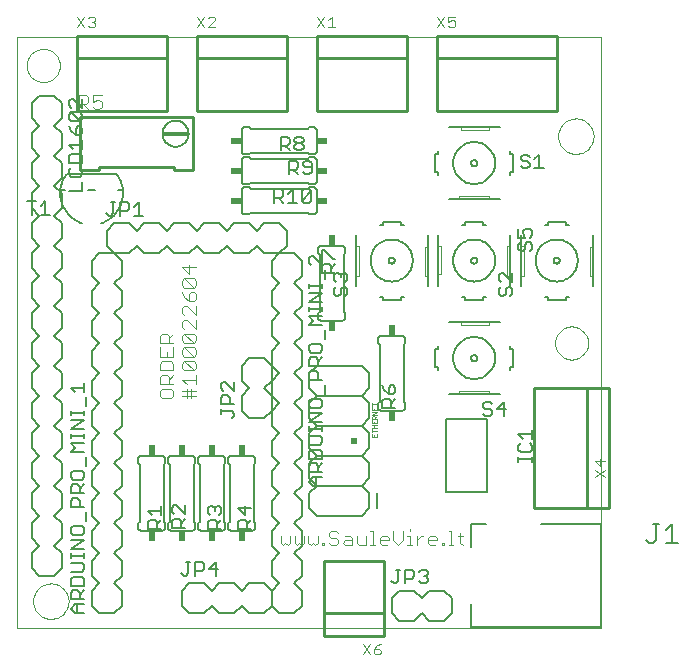
<source format=gto>
G75*
G70*
%OFA0B0*%
%FSLAX24Y24*%
%IPPOS*%
%LPD*%
%AMOC8*
5,1,8,0,0,1.08239X$1,22.5*
%
%ADD10C,0.0000*%
%ADD11C,0.0040*%
%ADD12C,0.0080*%
%ADD13C,0.0050*%
%ADD14C,0.0060*%
%ADD15R,0.0240X0.0340*%
%ADD16C,0.0100*%
%ADD17R,0.0827X0.0157*%
%ADD18C,0.0020*%
%ADD19R,0.0340X0.0240*%
%ADD20C,0.0010*%
%ADD21R,0.0200X0.0200*%
D10*
X001252Y001133D02*
X001252Y020818D01*
X020744Y020818D01*
X020744Y001133D01*
X001252Y001133D01*
X001804Y002027D02*
X001806Y002075D01*
X001812Y002123D01*
X001822Y002170D01*
X001835Y002216D01*
X001853Y002261D01*
X001873Y002305D01*
X001898Y002347D01*
X001926Y002386D01*
X001956Y002423D01*
X001990Y002457D01*
X002027Y002489D01*
X002065Y002518D01*
X002106Y002543D01*
X002149Y002565D01*
X002194Y002583D01*
X002240Y002597D01*
X002287Y002608D01*
X002335Y002615D01*
X002383Y002618D01*
X002431Y002617D01*
X002479Y002612D01*
X002527Y002603D01*
X002573Y002591D01*
X002618Y002574D01*
X002662Y002554D01*
X002704Y002531D01*
X002744Y002504D01*
X002782Y002474D01*
X002817Y002441D01*
X002849Y002405D01*
X002879Y002367D01*
X002905Y002326D01*
X002927Y002283D01*
X002947Y002239D01*
X002962Y002194D01*
X002974Y002147D01*
X002982Y002099D01*
X002986Y002051D01*
X002986Y002003D01*
X002982Y001955D01*
X002974Y001907D01*
X002962Y001860D01*
X002947Y001815D01*
X002927Y001771D01*
X002905Y001728D01*
X002879Y001687D01*
X002849Y001649D01*
X002817Y001613D01*
X002782Y001580D01*
X002744Y001550D01*
X002704Y001523D01*
X002662Y001500D01*
X002618Y001480D01*
X002573Y001463D01*
X002527Y001451D01*
X002479Y001442D01*
X002431Y001437D01*
X002383Y001436D01*
X002335Y001439D01*
X002287Y001446D01*
X002240Y001457D01*
X002194Y001471D01*
X002149Y001489D01*
X002106Y001511D01*
X002065Y001536D01*
X002027Y001565D01*
X001990Y001597D01*
X001956Y001631D01*
X001926Y001668D01*
X001898Y001707D01*
X001873Y001749D01*
X001853Y001793D01*
X001835Y001838D01*
X001822Y001884D01*
X001812Y001931D01*
X001806Y001979D01*
X001804Y002027D01*
X019201Y010633D02*
X019203Y010680D01*
X019209Y010726D01*
X019219Y010772D01*
X019232Y010817D01*
X019250Y010860D01*
X019271Y010902D01*
X019295Y010942D01*
X019323Y010979D01*
X019354Y011014D01*
X019388Y011047D01*
X019424Y011076D01*
X019463Y011102D01*
X019504Y011125D01*
X019547Y011144D01*
X019591Y011160D01*
X019636Y011172D01*
X019682Y011180D01*
X019729Y011184D01*
X019775Y011184D01*
X019822Y011180D01*
X019868Y011172D01*
X019913Y011160D01*
X019957Y011144D01*
X020000Y011125D01*
X020041Y011102D01*
X020080Y011076D01*
X020116Y011047D01*
X020150Y011014D01*
X020181Y010979D01*
X020209Y010942D01*
X020233Y010902D01*
X020254Y010860D01*
X020272Y010817D01*
X020285Y010772D01*
X020295Y010726D01*
X020301Y010680D01*
X020303Y010633D01*
X020301Y010586D01*
X020295Y010540D01*
X020285Y010494D01*
X020272Y010449D01*
X020254Y010406D01*
X020233Y010364D01*
X020209Y010324D01*
X020181Y010287D01*
X020150Y010252D01*
X020116Y010219D01*
X020080Y010190D01*
X020041Y010164D01*
X020000Y010141D01*
X019957Y010122D01*
X019913Y010106D01*
X019868Y010094D01*
X019822Y010086D01*
X019775Y010082D01*
X019729Y010082D01*
X019682Y010086D01*
X019636Y010094D01*
X019591Y010106D01*
X019547Y010122D01*
X019504Y010141D01*
X019463Y010164D01*
X019424Y010190D01*
X019388Y010219D01*
X019354Y010252D01*
X019323Y010287D01*
X019295Y010324D01*
X019271Y010364D01*
X019250Y010406D01*
X019232Y010449D01*
X019219Y010494D01*
X019209Y010540D01*
X019203Y010586D01*
X019201Y010633D01*
X019304Y017527D02*
X019306Y017575D01*
X019312Y017623D01*
X019322Y017670D01*
X019335Y017716D01*
X019353Y017761D01*
X019373Y017805D01*
X019398Y017847D01*
X019426Y017886D01*
X019456Y017923D01*
X019490Y017957D01*
X019527Y017989D01*
X019565Y018018D01*
X019606Y018043D01*
X019649Y018065D01*
X019694Y018083D01*
X019740Y018097D01*
X019787Y018108D01*
X019835Y018115D01*
X019883Y018118D01*
X019931Y018117D01*
X019979Y018112D01*
X020027Y018103D01*
X020073Y018091D01*
X020118Y018074D01*
X020162Y018054D01*
X020204Y018031D01*
X020244Y018004D01*
X020282Y017974D01*
X020317Y017941D01*
X020349Y017905D01*
X020379Y017867D01*
X020405Y017826D01*
X020427Y017783D01*
X020447Y017739D01*
X020462Y017694D01*
X020474Y017647D01*
X020482Y017599D01*
X020486Y017551D01*
X020486Y017503D01*
X020482Y017455D01*
X020474Y017407D01*
X020462Y017360D01*
X020447Y017315D01*
X020427Y017271D01*
X020405Y017228D01*
X020379Y017187D01*
X020349Y017149D01*
X020317Y017113D01*
X020282Y017080D01*
X020244Y017050D01*
X020204Y017023D01*
X020162Y017000D01*
X020118Y016980D01*
X020073Y016963D01*
X020027Y016951D01*
X019979Y016942D01*
X019931Y016937D01*
X019883Y016936D01*
X019835Y016939D01*
X019787Y016946D01*
X019740Y016957D01*
X019694Y016971D01*
X019649Y016989D01*
X019606Y017011D01*
X019565Y017036D01*
X019527Y017065D01*
X019490Y017097D01*
X019456Y017131D01*
X019426Y017168D01*
X019398Y017207D01*
X019373Y017249D01*
X019353Y017293D01*
X019335Y017338D01*
X019322Y017384D01*
X019312Y017431D01*
X019306Y017479D01*
X019304Y017527D01*
X001594Y019883D02*
X001596Y019930D01*
X001602Y019976D01*
X001612Y020022D01*
X001625Y020067D01*
X001643Y020110D01*
X001664Y020152D01*
X001688Y020192D01*
X001716Y020229D01*
X001747Y020264D01*
X001781Y020297D01*
X001817Y020326D01*
X001856Y020352D01*
X001897Y020375D01*
X001940Y020394D01*
X001984Y020410D01*
X002029Y020422D01*
X002075Y020430D01*
X002122Y020434D01*
X002168Y020434D01*
X002215Y020430D01*
X002261Y020422D01*
X002306Y020410D01*
X002350Y020394D01*
X002393Y020375D01*
X002434Y020352D01*
X002473Y020326D01*
X002509Y020297D01*
X002543Y020264D01*
X002574Y020229D01*
X002602Y020192D01*
X002626Y020152D01*
X002647Y020110D01*
X002665Y020067D01*
X002678Y020022D01*
X002688Y019976D01*
X002694Y019930D01*
X002696Y019883D01*
X002694Y019836D01*
X002688Y019790D01*
X002678Y019744D01*
X002665Y019699D01*
X002647Y019656D01*
X002626Y019614D01*
X002602Y019574D01*
X002574Y019537D01*
X002543Y019502D01*
X002509Y019469D01*
X002473Y019440D01*
X002434Y019414D01*
X002393Y019391D01*
X002350Y019372D01*
X002306Y019356D01*
X002261Y019344D01*
X002215Y019336D01*
X002168Y019332D01*
X002122Y019332D01*
X002075Y019336D01*
X002029Y019344D01*
X001984Y019356D01*
X001940Y019372D01*
X001897Y019391D01*
X001856Y019414D01*
X001817Y019440D01*
X001781Y019469D01*
X001747Y019502D01*
X001716Y019537D01*
X001688Y019574D01*
X001664Y019614D01*
X001643Y019656D01*
X001625Y019699D01*
X001612Y019744D01*
X001602Y019790D01*
X001596Y019836D01*
X001594Y019883D01*
D11*
X003323Y018895D02*
X003323Y018435D01*
X003323Y018588D02*
X003553Y018588D01*
X003630Y018665D01*
X003630Y018818D01*
X003553Y018895D01*
X003323Y018895D01*
X003476Y018588D02*
X003630Y018435D01*
X003783Y018512D02*
X003860Y018435D01*
X004013Y018435D01*
X004090Y018512D01*
X004090Y018665D01*
X004013Y018742D01*
X003937Y018742D01*
X003783Y018665D01*
X003783Y018895D01*
X004090Y018895D01*
X003820Y021153D02*
X003700Y021153D01*
X003640Y021213D01*
X003512Y021153D02*
X003272Y021514D01*
X003512Y021514D02*
X003272Y021153D01*
X003640Y021454D02*
X003700Y021514D01*
X003820Y021514D01*
X003880Y021454D01*
X003880Y021394D01*
X003820Y021333D01*
X003880Y021273D01*
X003880Y021213D01*
X003820Y021153D01*
X003820Y021333D02*
X003760Y021333D01*
X007272Y021153D02*
X007512Y021514D01*
X007640Y021454D02*
X007700Y021514D01*
X007820Y021514D01*
X007880Y021454D01*
X007880Y021394D01*
X007640Y021153D01*
X007880Y021153D01*
X007512Y021153D02*
X007272Y021514D01*
X011272Y021514D02*
X011512Y021153D01*
X011640Y021153D02*
X011880Y021153D01*
X011760Y021153D02*
X011760Y021514D01*
X011640Y021394D01*
X011512Y021514D02*
X011272Y021153D01*
X015272Y021153D02*
X015512Y021514D01*
X015640Y021514D02*
X015640Y021333D01*
X015760Y021394D01*
X015820Y021394D01*
X015880Y021333D01*
X015880Y021213D01*
X015820Y021153D01*
X015700Y021153D01*
X015640Y021213D01*
X015512Y021153D02*
X015272Y021514D01*
X015640Y021514D02*
X015880Y021514D01*
X007232Y013173D02*
X006771Y013173D01*
X007001Y012943D01*
X007001Y013250D01*
X006848Y012789D02*
X007155Y012483D01*
X007232Y012559D01*
X007232Y012713D01*
X007155Y012789D01*
X006848Y012789D01*
X006771Y012713D01*
X006771Y012559D01*
X006848Y012483D01*
X007155Y012483D01*
X007155Y012329D02*
X007078Y012329D01*
X007001Y012252D01*
X007001Y012022D01*
X007155Y012022D01*
X007232Y012099D01*
X007232Y012252D01*
X007155Y012329D01*
X006848Y012176D02*
X007001Y012022D01*
X006925Y011869D02*
X006848Y011869D01*
X006771Y011792D01*
X006771Y011638D01*
X006848Y011562D01*
X006848Y011408D02*
X006771Y011332D01*
X006771Y011178D01*
X006848Y011101D01*
X006848Y010948D02*
X007155Y010641D01*
X007232Y010718D01*
X007232Y010871D01*
X007155Y010948D01*
X006848Y010948D01*
X006771Y010871D01*
X006771Y010718D01*
X006848Y010641D01*
X007155Y010641D01*
X007155Y010488D02*
X007232Y010411D01*
X007232Y010257D01*
X007155Y010181D01*
X006848Y010488D01*
X007155Y010488D01*
X006848Y010488D02*
X006771Y010411D01*
X006771Y010257D01*
X006848Y010181D01*
X007155Y010181D01*
X007155Y010027D02*
X007232Y009950D01*
X007232Y009797D01*
X007155Y009720D01*
X006848Y010027D01*
X007155Y010027D01*
X007155Y009720D02*
X006848Y009720D01*
X006771Y009797D01*
X006771Y009950D01*
X006848Y010027D01*
X006482Y009950D02*
X006405Y010027D01*
X006098Y010027D01*
X006021Y009950D01*
X006021Y009720D01*
X006482Y009720D01*
X006482Y009950D01*
X006482Y010181D02*
X006482Y010488D01*
X006482Y010641D02*
X006021Y010641D01*
X006021Y010871D01*
X006098Y010948D01*
X006251Y010948D01*
X006328Y010871D01*
X006328Y010641D01*
X006328Y010794D02*
X006482Y010948D01*
X006848Y011408D02*
X006925Y011408D01*
X007232Y011101D01*
X007232Y011408D01*
X007232Y011562D02*
X006925Y011869D01*
X007232Y011869D02*
X007232Y011562D01*
X006848Y012176D02*
X006771Y012329D01*
X006021Y010488D02*
X006021Y010181D01*
X006482Y010181D01*
X006251Y010181D02*
X006251Y010334D01*
X006251Y009567D02*
X006098Y009567D01*
X006021Y009490D01*
X006021Y009260D01*
X006482Y009260D01*
X006328Y009260D02*
X006328Y009490D01*
X006251Y009567D01*
X006328Y009413D02*
X006482Y009567D01*
X006771Y009413D02*
X007232Y009413D01*
X007232Y009260D02*
X007232Y009567D01*
X006925Y009260D02*
X006771Y009413D01*
X006925Y009106D02*
X006925Y009030D01*
X006925Y008799D01*
X007078Y008799D02*
X007078Y009106D01*
X007232Y009030D02*
X006771Y009030D01*
X006771Y008876D02*
X007232Y008876D01*
X006482Y008876D02*
X006482Y009030D01*
X006405Y009106D01*
X006098Y009106D01*
X006021Y009030D01*
X006021Y008876D01*
X006098Y008799D01*
X006405Y008799D01*
X006482Y008876D01*
X010056Y004210D02*
X010056Y003980D01*
X010133Y003903D01*
X010210Y003980D01*
X010287Y003903D01*
X010363Y003980D01*
X010363Y004210D01*
X010517Y004210D02*
X010517Y003980D01*
X010593Y003903D01*
X010670Y003980D01*
X010747Y003903D01*
X010824Y003980D01*
X010824Y004210D01*
X010977Y004210D02*
X010977Y003980D01*
X011054Y003903D01*
X011131Y003980D01*
X011207Y003903D01*
X011284Y003980D01*
X011284Y004210D01*
X011438Y003980D02*
X011514Y003980D01*
X011514Y003903D01*
X011438Y003903D01*
X011438Y003980D01*
X011668Y003980D02*
X011744Y003903D01*
X011898Y003903D01*
X011975Y003980D01*
X011975Y004057D01*
X011898Y004134D01*
X011744Y004134D01*
X011668Y004210D01*
X011668Y004287D01*
X011744Y004364D01*
X011898Y004364D01*
X011975Y004287D01*
X012205Y004210D02*
X012358Y004210D01*
X012435Y004134D01*
X012435Y003903D01*
X012205Y003903D01*
X012128Y003980D01*
X012205Y004057D01*
X012435Y004057D01*
X012588Y003980D02*
X012665Y003903D01*
X012895Y003903D01*
X012895Y004210D01*
X013049Y004364D02*
X013126Y004364D01*
X013126Y003903D01*
X013202Y003903D02*
X013049Y003903D01*
X013356Y003980D02*
X013433Y003903D01*
X013586Y003903D01*
X013663Y004057D02*
X013356Y004057D01*
X013356Y004134D02*
X013433Y004210D01*
X013586Y004210D01*
X013663Y004134D01*
X013663Y004057D01*
X013816Y004057D02*
X013970Y003903D01*
X014123Y004057D01*
X014123Y004364D01*
X014277Y004210D02*
X014353Y004210D01*
X014353Y003903D01*
X014277Y003903D02*
X014430Y003903D01*
X014584Y003903D02*
X014584Y004210D01*
X014737Y004210D02*
X014814Y004210D01*
X014737Y004210D02*
X014584Y004057D01*
X014967Y004057D02*
X015274Y004057D01*
X015274Y004134D01*
X015197Y004210D01*
X015044Y004210D01*
X014967Y004134D01*
X014967Y003980D01*
X015044Y003903D01*
X015197Y003903D01*
X015428Y003903D02*
X015428Y003980D01*
X015504Y003980D01*
X015504Y003903D01*
X015428Y003903D01*
X015658Y003903D02*
X015811Y003903D01*
X015735Y003903D02*
X015735Y004364D01*
X015658Y004364D01*
X015965Y004210D02*
X016118Y004210D01*
X016041Y004287D02*
X016041Y003980D01*
X016118Y003903D01*
X014353Y004364D02*
X014353Y004440D01*
X013816Y004364D02*
X013816Y004057D01*
X013356Y003980D02*
X013356Y004134D01*
X012588Y004210D02*
X012588Y003980D01*
X012785Y000614D02*
X013025Y000253D01*
X013153Y000313D02*
X013213Y000253D01*
X013333Y000253D01*
X013394Y000313D01*
X013394Y000373D01*
X013333Y000433D01*
X013153Y000433D01*
X013153Y000313D01*
X013153Y000433D02*
X013273Y000554D01*
X013394Y000614D01*
X013025Y000614D02*
X012785Y000253D01*
X020521Y006167D02*
X020882Y006407D01*
X020701Y006535D02*
X020701Y006775D01*
X020521Y006715D02*
X020701Y006535D01*
X020521Y006407D02*
X020882Y006167D01*
X020882Y006715D02*
X020521Y006715D01*
D12*
X020721Y004595D02*
X018734Y004595D01*
X016884Y004595D02*
X016388Y004595D01*
X016388Y003828D01*
X015502Y002383D02*
X015002Y002383D01*
X014752Y002133D01*
X014502Y002383D01*
X014002Y002383D01*
X013752Y002133D01*
X013752Y001633D01*
X014002Y001383D01*
X014502Y001383D01*
X014752Y001633D01*
X015002Y001383D01*
X015502Y001383D01*
X015752Y001633D01*
X015752Y002133D01*
X015502Y002383D01*
X016388Y001938D02*
X016388Y001172D01*
X020721Y001172D01*
X020721Y004595D01*
X013252Y005133D02*
X013252Y005633D01*
X010752Y005383D02*
X010752Y004883D01*
X010502Y004633D01*
X010752Y004383D01*
X010752Y003883D01*
X010502Y003633D01*
X010752Y003383D01*
X010752Y002883D01*
X010502Y002633D01*
X010752Y002383D01*
X010752Y001883D01*
X010502Y001633D01*
X010002Y001633D01*
X009752Y001883D01*
X009752Y002383D01*
X009502Y002633D01*
X009002Y002633D01*
X008752Y002383D01*
X008502Y002633D01*
X008002Y002633D01*
X007752Y002383D01*
X007502Y002633D01*
X007002Y002633D01*
X006752Y002383D01*
X006752Y001883D01*
X007002Y001633D01*
X007502Y001633D01*
X007752Y001883D01*
X008002Y001633D01*
X008502Y001633D01*
X008752Y001883D01*
X009002Y001633D01*
X009502Y001633D01*
X009752Y001883D01*
X009752Y002383D01*
X010002Y002633D01*
X009752Y002883D01*
X009752Y003383D01*
X010002Y003633D01*
X009752Y003883D01*
X009752Y004383D01*
X010002Y004633D01*
X009752Y004883D01*
X009752Y005383D01*
X010002Y005633D01*
X009752Y005883D01*
X009752Y006383D01*
X010002Y006633D01*
X009752Y006883D01*
X009752Y007383D01*
X010002Y007633D01*
X009752Y007883D01*
X009752Y008383D01*
X009752Y008883D01*
X009502Y009133D01*
X009752Y009383D01*
X009752Y009883D01*
X009502Y010133D01*
X009002Y010133D01*
X008752Y009883D01*
X008752Y009383D01*
X009002Y009133D01*
X008752Y008883D01*
X008752Y008383D01*
X009002Y008133D01*
X009502Y008133D01*
X009752Y008383D01*
X010002Y008633D01*
X009752Y008883D01*
X009752Y009383D01*
X010002Y009633D01*
X009752Y009883D01*
X009752Y010383D01*
X010002Y010633D01*
X009752Y010883D01*
X009752Y011383D01*
X010002Y011633D01*
X009752Y011883D01*
X009752Y012383D01*
X010002Y012633D01*
X009752Y012883D01*
X009752Y013383D01*
X010002Y013633D01*
X009502Y013633D01*
X009252Y013883D01*
X009002Y013633D01*
X008502Y013633D01*
X008252Y013883D01*
X008002Y013633D01*
X007502Y013633D01*
X007252Y013883D01*
X007002Y013633D01*
X006502Y013633D01*
X006252Y013883D01*
X006002Y013633D01*
X005502Y013633D01*
X005252Y013883D01*
X005002Y013633D01*
X004502Y013633D01*
X004252Y013883D01*
X004252Y014383D01*
X004502Y014633D01*
X005002Y014633D01*
X005252Y014383D01*
X005502Y014633D01*
X006002Y014633D01*
X006252Y014383D01*
X006502Y014633D01*
X007002Y014633D01*
X007252Y014383D01*
X007502Y014633D01*
X008002Y014633D01*
X008252Y014383D01*
X008502Y014633D01*
X009002Y014633D01*
X009252Y014383D01*
X009502Y014633D01*
X010002Y014633D01*
X010252Y014383D01*
X010252Y013883D01*
X010002Y013633D01*
X010502Y013633D01*
X010752Y013383D01*
X010752Y012883D01*
X010502Y012633D01*
X010752Y012383D01*
X010752Y011883D01*
X010502Y011633D01*
X010752Y011383D01*
X010752Y010883D01*
X010502Y010633D01*
X010752Y010383D01*
X010752Y009883D01*
X010502Y009633D01*
X010752Y009383D01*
X010752Y008883D01*
X010502Y008633D01*
X010752Y008383D01*
X010752Y007883D01*
X010502Y007633D01*
X010752Y007383D01*
X010752Y006883D01*
X010502Y006633D01*
X010752Y006383D01*
X010752Y005883D01*
X010502Y005633D01*
X010752Y005383D01*
X004752Y005383D02*
X004752Y004883D01*
X004502Y004633D01*
X004752Y004383D01*
X004752Y003883D01*
X004502Y003633D01*
X004752Y003383D01*
X004752Y002883D01*
X004502Y002633D01*
X004752Y002383D01*
X004752Y001883D01*
X004502Y001633D01*
X004002Y001633D01*
X003752Y001883D01*
X003752Y002383D01*
X004002Y002633D01*
X003752Y002883D01*
X003752Y003383D01*
X004002Y003633D01*
X003752Y003883D01*
X003752Y004383D01*
X004002Y004633D01*
X003752Y004883D01*
X003752Y005383D01*
X004002Y005633D01*
X003752Y005883D01*
X003752Y006383D01*
X004002Y006633D01*
X003752Y006883D01*
X003752Y007383D01*
X004002Y007633D01*
X003752Y007883D01*
X003752Y008383D01*
X004002Y008633D01*
X003752Y008883D01*
X003752Y009383D01*
X004002Y009633D01*
X003752Y009883D01*
X003752Y010383D01*
X004002Y010633D01*
X003752Y010883D01*
X003752Y011383D01*
X004002Y011633D01*
X003752Y011883D01*
X003752Y012383D01*
X004002Y012633D01*
X003752Y012883D01*
X003752Y013383D01*
X004002Y013633D01*
X004502Y013633D01*
X004752Y013383D01*
X004752Y012883D01*
X004502Y012633D01*
X004752Y012383D01*
X004752Y011883D01*
X004502Y011633D01*
X004752Y011383D01*
X004752Y010883D01*
X004502Y010633D01*
X004752Y010383D01*
X004752Y009883D01*
X004502Y009633D01*
X004752Y009383D01*
X004752Y008883D01*
X004502Y008633D01*
X004752Y008383D01*
X004752Y007883D01*
X004502Y007633D01*
X004752Y007383D01*
X004752Y006883D01*
X004502Y006633D01*
X004752Y006383D01*
X004752Y005883D01*
X004502Y005633D01*
X004752Y005383D01*
X002752Y005133D02*
X002502Y004883D01*
X002752Y004633D01*
X002752Y004133D01*
X002502Y003883D01*
X002752Y003633D01*
X002752Y003133D01*
X002502Y002883D01*
X002002Y002883D01*
X001752Y003133D01*
X001752Y003633D01*
X002002Y003883D01*
X001752Y004133D01*
X001752Y004633D01*
X002002Y004883D01*
X001752Y005133D01*
X001752Y005633D01*
X002002Y005883D01*
X001752Y006133D01*
X001752Y006633D01*
X002002Y006883D01*
X001752Y007133D01*
X001752Y007633D01*
X002002Y007883D01*
X001752Y008133D01*
X001752Y008633D01*
X002002Y008883D01*
X001752Y009133D01*
X001752Y009633D01*
X002002Y009883D01*
X001752Y010133D01*
X001752Y010633D01*
X002002Y010883D01*
X001752Y011133D01*
X001752Y011633D01*
X002002Y011883D01*
X001752Y012133D01*
X001752Y012633D01*
X002002Y012883D01*
X001752Y013133D01*
X001752Y013633D01*
X002002Y013883D01*
X001752Y014133D01*
X001752Y014633D01*
X002002Y014883D01*
X001752Y015133D01*
X001752Y015633D01*
X002002Y015883D01*
X001752Y016133D01*
X001752Y016633D01*
X002002Y016883D01*
X001752Y017133D01*
X001752Y017633D01*
X002002Y017883D01*
X001752Y018133D01*
X001752Y018633D01*
X002002Y018883D01*
X002502Y018883D01*
X002752Y018633D01*
X002752Y018133D01*
X002502Y017883D01*
X002752Y017633D01*
X002752Y017133D01*
X002502Y016883D01*
X002752Y016633D01*
X002752Y016133D01*
X002502Y015883D01*
X002752Y015633D01*
X002752Y015133D01*
X002502Y014883D01*
X002752Y014633D01*
X002752Y014133D01*
X002502Y013883D01*
X002752Y013633D01*
X002752Y013133D01*
X002502Y012883D01*
X002752Y012633D01*
X002752Y012133D01*
X002502Y011883D01*
X002752Y011633D01*
X002752Y011133D01*
X002502Y010883D01*
X002752Y010633D01*
X002752Y010133D01*
X002502Y009883D01*
X002752Y009633D01*
X002752Y009133D01*
X002502Y008883D01*
X002752Y008633D01*
X002752Y008133D01*
X002502Y007883D01*
X002752Y007633D01*
X002752Y007133D01*
X002502Y006883D01*
X002752Y006633D01*
X002752Y006133D01*
X002502Y005883D01*
X002752Y005633D01*
X002752Y005133D01*
D13*
X003056Y005158D02*
X003056Y005383D01*
X003131Y005458D01*
X003281Y005458D01*
X003357Y005383D01*
X003357Y005158D01*
X003507Y005158D02*
X003056Y005158D01*
X003056Y005618D02*
X003056Y005844D01*
X003131Y005919D01*
X003281Y005919D01*
X003357Y005844D01*
X003357Y005618D01*
X003507Y005618D02*
X003056Y005618D01*
X003357Y005769D02*
X003507Y005919D01*
X003432Y006079D02*
X003507Y006154D01*
X003507Y006304D01*
X003432Y006379D01*
X003131Y006379D01*
X003056Y006304D01*
X003056Y006154D01*
X003131Y006079D01*
X003432Y006079D01*
X003582Y006539D02*
X003582Y006839D01*
X003507Y007000D02*
X003056Y007000D01*
X003206Y007150D01*
X003056Y007300D01*
X003507Y007300D01*
X003507Y007460D02*
X003507Y007610D01*
X003507Y007535D02*
X003056Y007535D01*
X003056Y007460D02*
X003056Y007610D01*
X003056Y007767D02*
X003507Y008067D01*
X003056Y008067D01*
X003056Y008227D02*
X003056Y008377D01*
X003056Y008302D02*
X003507Y008302D01*
X003507Y008227D02*
X003507Y008377D01*
X003582Y008534D02*
X003582Y008834D01*
X003507Y008995D02*
X003507Y009295D01*
X003507Y009145D02*
X003056Y009145D01*
X003206Y008995D01*
X003056Y007767D02*
X003507Y007767D01*
X005626Y005048D02*
X006077Y005048D01*
X006077Y004898D02*
X006077Y005198D01*
X006426Y005144D02*
X006426Y004994D01*
X006501Y004919D01*
X006501Y004759D02*
X006426Y004684D01*
X006426Y004458D01*
X006877Y004458D01*
X006727Y004458D02*
X006727Y004684D01*
X006651Y004759D01*
X006501Y004759D01*
X006727Y004608D02*
X006877Y004759D01*
X006877Y004919D02*
X006576Y005219D01*
X006501Y005219D01*
X006426Y005144D01*
X006877Y005219D02*
X006877Y004919D01*
X007626Y004973D02*
X007626Y005123D01*
X007701Y005198D01*
X007776Y005198D01*
X007851Y005123D01*
X007927Y005198D01*
X008002Y005198D01*
X008077Y005123D01*
X008077Y004973D01*
X008002Y004898D01*
X008077Y004738D02*
X007927Y004588D01*
X007927Y004663D02*
X007927Y004438D01*
X008077Y004438D02*
X007626Y004438D01*
X007626Y004663D01*
X007701Y004738D01*
X007851Y004738D01*
X007927Y004663D01*
X007701Y004898D02*
X007626Y004973D01*
X007851Y005048D02*
X007851Y005123D01*
X008626Y005123D02*
X008851Y004898D01*
X008851Y005198D01*
X008626Y005123D02*
X009077Y005123D01*
X009077Y004738D02*
X008927Y004588D01*
X008927Y004663D02*
X008927Y004438D01*
X009077Y004438D02*
X008626Y004438D01*
X008626Y004663D01*
X008701Y004738D01*
X008851Y004738D01*
X008927Y004663D01*
X007893Y003329D02*
X007667Y003104D01*
X007968Y003104D01*
X007893Y003329D02*
X007893Y002878D01*
X007507Y003104D02*
X007432Y003028D01*
X007207Y003028D01*
X007207Y002878D02*
X007207Y003329D01*
X007432Y003329D01*
X007507Y003254D01*
X007507Y003104D01*
X007047Y003329D02*
X006897Y003329D01*
X006972Y003329D02*
X006972Y002953D01*
X006897Y002878D01*
X006822Y002878D01*
X006747Y002953D01*
X006077Y004438D02*
X005626Y004438D01*
X005626Y004663D01*
X005701Y004738D01*
X005851Y004738D01*
X005927Y004663D01*
X005927Y004438D01*
X005927Y004588D02*
X006077Y004738D01*
X005776Y004898D02*
X005626Y005048D01*
X003582Y004998D02*
X003582Y004698D01*
X003432Y004537D02*
X003131Y004537D01*
X003056Y004462D01*
X003056Y004312D01*
X003131Y004237D01*
X003432Y004237D01*
X003507Y004312D01*
X003507Y004462D01*
X003432Y004537D01*
X003507Y004077D02*
X003056Y004077D01*
X003056Y003777D02*
X003507Y004077D01*
X003507Y003777D02*
X003056Y003777D01*
X003056Y003620D02*
X003056Y003470D01*
X003056Y003545D02*
X003507Y003545D01*
X003507Y003470D02*
X003507Y003620D01*
X003432Y003310D02*
X003056Y003310D01*
X003056Y003010D02*
X003432Y003010D01*
X003507Y003085D01*
X003507Y003235D01*
X003432Y003310D01*
X003432Y002849D02*
X003131Y002849D01*
X003056Y002774D01*
X003056Y002549D01*
X003507Y002549D01*
X003507Y002774D01*
X003432Y002849D01*
X003507Y002389D02*
X003357Y002239D01*
X003357Y002314D02*
X003357Y002089D01*
X003507Y002089D02*
X003056Y002089D01*
X003056Y002314D01*
X003131Y002389D01*
X003281Y002389D01*
X003357Y002314D01*
X003281Y001929D02*
X003281Y001628D01*
X003206Y001628D02*
X003056Y001778D01*
X003206Y001929D01*
X003507Y001929D01*
X003507Y001628D02*
X003206Y001628D01*
X008432Y008128D02*
X008507Y008203D01*
X008507Y008278D01*
X008432Y008354D01*
X008056Y008354D01*
X008056Y008429D02*
X008056Y008278D01*
X008056Y008589D02*
X008056Y008814D01*
X008131Y008889D01*
X008281Y008889D01*
X008357Y008814D01*
X008357Y008589D01*
X008507Y008589D02*
X008056Y008589D01*
X008131Y009049D02*
X008056Y009124D01*
X008056Y009274D01*
X008131Y009349D01*
X008206Y009349D01*
X008507Y009049D01*
X008507Y009349D01*
X010996Y009391D02*
X010996Y009617D01*
X011071Y009692D01*
X011221Y009692D01*
X011297Y009617D01*
X011297Y009391D01*
X011447Y009391D02*
X010996Y009391D01*
X010996Y009852D02*
X010996Y010077D01*
X011071Y010152D01*
X011221Y010152D01*
X011297Y010077D01*
X011297Y009852D01*
X011447Y009852D02*
X010996Y009852D01*
X011297Y010002D02*
X011447Y010152D01*
X011372Y010312D02*
X011447Y010387D01*
X011447Y010537D01*
X011372Y010612D01*
X011071Y010612D01*
X010996Y010537D01*
X010996Y010387D01*
X011071Y010312D01*
X011372Y010312D01*
X011522Y010772D02*
X011522Y011073D01*
X011447Y011233D02*
X010996Y011233D01*
X011146Y011383D01*
X010996Y011533D01*
X011447Y011533D01*
X011447Y011693D02*
X011447Y011843D01*
X011447Y011768D02*
X010996Y011768D01*
X010996Y011693D02*
X010996Y011843D01*
X010996Y012000D02*
X011447Y012300D01*
X010996Y012300D01*
X010996Y012461D02*
X010996Y012611D01*
X010996Y012536D02*
X011447Y012536D01*
X011447Y012461D02*
X011447Y012611D01*
X011522Y012768D02*
X011522Y013068D01*
X011426Y012958D02*
X011426Y013184D01*
X011501Y013259D01*
X011651Y013259D01*
X011727Y013184D01*
X011727Y012958D01*
X011826Y012894D02*
X011901Y012969D01*
X011976Y012969D01*
X012051Y012894D01*
X012127Y012969D01*
X012202Y012969D01*
X012277Y012894D01*
X012277Y012744D01*
X012202Y012669D01*
X012202Y012509D02*
X012127Y012509D01*
X012051Y012434D01*
X012051Y012283D01*
X011976Y012208D01*
X011901Y012208D01*
X011826Y012283D01*
X011826Y012434D01*
X011901Y012509D01*
X011901Y012669D02*
X011826Y012744D01*
X011826Y012894D01*
X011877Y012958D02*
X011426Y012958D01*
X011447Y013228D02*
X011146Y013528D01*
X011071Y013528D01*
X010996Y013453D01*
X010996Y013303D01*
X011071Y013228D01*
X011426Y013419D02*
X011426Y013719D01*
X011501Y013719D01*
X011802Y013419D01*
X011877Y013419D01*
X011877Y013259D02*
X011727Y013108D01*
X011447Y013228D02*
X011447Y013528D01*
X012051Y012894D02*
X012051Y012819D01*
X012202Y012509D02*
X012277Y012434D01*
X012277Y012283D01*
X012202Y012208D01*
X011447Y012000D02*
X010996Y012000D01*
X011522Y009231D02*
X011522Y008931D01*
X011372Y008771D02*
X011071Y008771D01*
X010996Y008696D01*
X010996Y008546D01*
X011071Y008471D01*
X011372Y008471D01*
X011447Y008546D01*
X011447Y008696D01*
X011372Y008771D01*
X011447Y008310D02*
X010996Y008310D01*
X010996Y008010D02*
X011447Y008310D01*
X011447Y008010D02*
X010996Y008010D01*
X010996Y007853D02*
X010996Y007703D01*
X010996Y007778D02*
X011447Y007778D01*
X011447Y007703D02*
X011447Y007853D01*
X011372Y007543D02*
X010996Y007543D01*
X010996Y007243D02*
X011372Y007243D01*
X011447Y007318D01*
X011447Y007468D01*
X011372Y007543D01*
X011372Y007083D02*
X011071Y007083D01*
X010996Y007008D01*
X010996Y006782D01*
X011447Y006782D01*
X011447Y007008D01*
X011372Y007083D01*
X011447Y006622D02*
X011297Y006472D01*
X011297Y006547D02*
X011297Y006322D01*
X011447Y006322D02*
X010996Y006322D01*
X010996Y006547D01*
X011071Y006622D01*
X011221Y006622D01*
X011297Y006547D01*
X011221Y006162D02*
X011221Y005862D01*
X011146Y005862D02*
X010996Y006012D01*
X011146Y006162D01*
X011447Y006162D01*
X011447Y005862D02*
X011146Y005862D01*
X013426Y008458D02*
X013426Y008684D01*
X013501Y008759D01*
X013651Y008759D01*
X013727Y008684D01*
X013727Y008458D01*
X013877Y008458D02*
X013426Y008458D01*
X013727Y008608D02*
X013877Y008759D01*
X013802Y008919D02*
X013877Y008994D01*
X013877Y009144D01*
X013802Y009219D01*
X013727Y009219D01*
X013651Y009144D01*
X013651Y008919D01*
X013802Y008919D01*
X013651Y008919D02*
X013501Y009069D01*
X013426Y009219D01*
X016806Y008584D02*
X016806Y008509D01*
X016881Y008434D01*
X017031Y008434D01*
X017106Y008358D01*
X017106Y008283D01*
X017031Y008208D01*
X016881Y008208D01*
X016806Y008283D01*
X016806Y008584D02*
X016881Y008659D01*
X017031Y008659D01*
X017106Y008584D01*
X017266Y008434D02*
X017567Y008434D01*
X017491Y008659D02*
X017491Y008208D01*
X017266Y008434D02*
X017491Y008659D01*
X018427Y007748D02*
X018427Y007448D01*
X018427Y007598D02*
X017976Y007598D01*
X018126Y007448D01*
X018051Y007288D02*
X017976Y007213D01*
X017976Y007063D01*
X018051Y006988D01*
X018352Y006988D01*
X018427Y007063D01*
X018427Y007213D01*
X018352Y007288D01*
X018427Y006831D02*
X018427Y006681D01*
X018427Y006756D02*
X017976Y006756D01*
X017976Y006681D02*
X017976Y006831D01*
X014893Y003079D02*
X014742Y003079D01*
X014667Y003004D01*
X014507Y003004D02*
X014432Y003079D01*
X014207Y003079D01*
X014207Y002628D01*
X014207Y002778D02*
X014432Y002778D01*
X014507Y002854D01*
X014507Y003004D01*
X014667Y002703D02*
X014742Y002628D01*
X014893Y002628D01*
X014968Y002703D01*
X014968Y002778D01*
X014893Y002854D01*
X014818Y002854D01*
X014893Y002854D02*
X014968Y002929D01*
X014968Y003004D01*
X014893Y003079D01*
X014047Y003079D02*
X013897Y003079D01*
X013972Y003079D02*
X013972Y002703D01*
X013897Y002628D01*
X013822Y002628D01*
X013747Y002703D01*
X017401Y012208D02*
X017326Y012283D01*
X017326Y012434D01*
X017401Y012509D01*
X017401Y012669D02*
X017326Y012744D01*
X017326Y012894D01*
X017401Y012969D01*
X017476Y012969D01*
X017777Y012669D01*
X017777Y012969D01*
X017702Y012509D02*
X017627Y012509D01*
X017551Y012434D01*
X017551Y012283D01*
X017476Y012208D01*
X017401Y012208D01*
X017702Y012208D02*
X017777Y012283D01*
X017777Y012434D01*
X017702Y012509D01*
X018051Y013688D02*
X018126Y013688D01*
X018201Y013763D01*
X018201Y013913D01*
X018277Y013988D01*
X018352Y013988D01*
X018427Y013913D01*
X018427Y013763D01*
X018352Y013688D01*
X018051Y013688D02*
X017976Y013763D01*
X017976Y013913D01*
X018051Y013988D01*
X017976Y014148D02*
X018201Y014148D01*
X018126Y014298D01*
X018126Y014373D01*
X018201Y014448D01*
X018352Y014448D01*
X018427Y014373D01*
X018427Y014223D01*
X018352Y014148D01*
X017976Y014148D02*
X017976Y014448D01*
X018131Y016458D02*
X018056Y016533D01*
X018131Y016458D02*
X018281Y016458D01*
X018356Y016533D01*
X018356Y016608D01*
X018281Y016684D01*
X018131Y016684D01*
X018056Y016759D01*
X018056Y016834D01*
X018131Y016909D01*
X018281Y016909D01*
X018356Y016834D01*
X018516Y016759D02*
X018666Y016909D01*
X018666Y016458D01*
X018516Y016458D02*
X018817Y016458D01*
X011087Y016484D02*
X010862Y016484D01*
X010787Y016559D01*
X010787Y016634D01*
X010862Y016709D01*
X011012Y016709D01*
X011087Y016634D01*
X011087Y016333D01*
X011012Y016258D01*
X010862Y016258D01*
X010787Y016333D01*
X010627Y016258D02*
X010477Y016408D01*
X010552Y016408D02*
X010327Y016408D01*
X010327Y016258D02*
X010327Y016709D01*
X010552Y016709D01*
X010627Y016634D01*
X010627Y016484D01*
X010552Y016408D01*
X010591Y017058D02*
X010516Y017133D01*
X010516Y017208D01*
X010591Y017284D01*
X010741Y017284D01*
X010817Y017208D01*
X010817Y017133D01*
X010741Y017058D01*
X010591Y017058D01*
X010591Y017284D02*
X010516Y017359D01*
X010516Y017434D01*
X010591Y017509D01*
X010741Y017509D01*
X010817Y017434D01*
X010817Y017359D01*
X010741Y017284D01*
X010356Y017284D02*
X010281Y017208D01*
X010056Y017208D01*
X010056Y017058D02*
X010056Y017509D01*
X010281Y017509D01*
X010356Y017434D01*
X010356Y017284D01*
X010206Y017208D02*
X010356Y017058D01*
X010456Y015759D02*
X010456Y015308D01*
X010306Y015308D02*
X010606Y015308D01*
X010766Y015383D02*
X011067Y015684D01*
X011067Y015383D01*
X010991Y015308D01*
X010841Y015308D01*
X010766Y015383D01*
X010766Y015684D01*
X010841Y015759D01*
X010991Y015759D01*
X011067Y015684D01*
X010456Y015759D02*
X010306Y015609D01*
X010146Y015684D02*
X010146Y015534D01*
X010071Y015458D01*
X009845Y015458D01*
X009845Y015308D02*
X009845Y015759D01*
X010071Y015759D01*
X010146Y015684D01*
X009996Y015458D02*
X010146Y015308D01*
X005468Y014878D02*
X005167Y014878D01*
X005318Y014878D02*
X005318Y015329D01*
X005167Y015179D01*
X005007Y015254D02*
X005007Y015104D01*
X004932Y015028D01*
X004707Y015028D01*
X004707Y014878D02*
X004707Y015329D01*
X004932Y015329D01*
X005007Y015254D01*
X004547Y015329D02*
X004397Y015329D01*
X004472Y015329D02*
X004472Y014953D01*
X004397Y014878D01*
X004322Y014878D01*
X004247Y014953D01*
X004062Y014630D02*
X004121Y014650D01*
X004178Y014673D01*
X004235Y014700D01*
X004289Y014731D01*
X004342Y014764D01*
X004392Y014801D01*
X004441Y014840D01*
X004486Y014883D01*
X004530Y014928D01*
X004570Y014975D01*
X004608Y015025D01*
X004643Y015077D01*
X004674Y015131D01*
X004702Y015186D01*
X004727Y015243D01*
X004748Y015302D01*
X004766Y015362D01*
X004781Y015423D01*
X004791Y015484D01*
X004798Y015546D01*
X004802Y015608D01*
X004801Y015671D01*
X004797Y015733D01*
X004639Y015733D01*
X004576Y016283D02*
X002927Y016283D01*
X002996Y016251D02*
X003071Y016176D01*
X003372Y016176D01*
X003447Y016251D01*
X003447Y016401D01*
X003372Y016476D01*
X003447Y016636D02*
X003447Y016862D01*
X003372Y016937D01*
X003071Y016937D01*
X002996Y016862D01*
X002996Y016636D01*
X003447Y016636D01*
X003071Y016476D02*
X002996Y016401D01*
X002996Y016251D01*
X003447Y016016D02*
X003447Y015716D01*
X002996Y015716D01*
X002864Y015733D02*
X002706Y015733D01*
X002216Y015359D02*
X002216Y014908D01*
X002066Y014908D02*
X002367Y014908D01*
X002066Y015209D02*
X002216Y015359D01*
X001906Y015359D02*
X001606Y015359D01*
X001756Y015359D02*
X001756Y014908D01*
X003639Y015733D02*
X003864Y015733D01*
X004577Y016283D02*
X004612Y016235D01*
X004645Y016185D01*
X004676Y016133D01*
X004703Y016079D01*
X004727Y016024D01*
X004747Y015967D01*
X004765Y015910D01*
X004779Y015852D01*
X004790Y015793D01*
X004797Y015733D01*
X003442Y014630D02*
X003382Y014650D01*
X003323Y014674D01*
X003266Y014702D01*
X003211Y014733D01*
X003157Y014768D01*
X003106Y014805D01*
X003057Y014846D01*
X003011Y014890D01*
X002967Y014936D01*
X002926Y014985D01*
X002888Y015036D01*
X002854Y015089D01*
X002822Y015145D01*
X002795Y015202D01*
X002770Y015261D01*
X002750Y015321D01*
X002732Y015382D01*
X002719Y015444D01*
X002710Y015507D01*
X002704Y015570D01*
X002702Y015634D01*
X002704Y015698D01*
X002710Y015761D01*
X002719Y015824D01*
X002733Y015886D01*
X002750Y015947D01*
X002771Y016007D01*
X002795Y016066D01*
X002823Y016123D01*
X002855Y016179D01*
X002890Y016232D01*
X002927Y016283D01*
X003146Y017097D02*
X002996Y017247D01*
X003447Y017247D01*
X003447Y017097D02*
X003447Y017397D01*
X003372Y017557D02*
X003221Y017557D01*
X003221Y017782D01*
X003297Y017857D01*
X003372Y017857D01*
X003447Y017782D01*
X003447Y017632D01*
X003372Y017557D01*
X003221Y017557D02*
X003071Y017707D01*
X002996Y017857D01*
X003071Y018018D02*
X002996Y018093D01*
X002996Y018243D01*
X003071Y018318D01*
X003372Y018018D01*
X003447Y018093D01*
X003447Y018243D01*
X003372Y018318D01*
X003071Y018318D01*
X003071Y018478D02*
X002996Y018553D01*
X002996Y018703D01*
X003071Y018778D01*
X003146Y018778D01*
X003447Y018478D01*
X003447Y018778D01*
X003372Y018018D02*
X003071Y018018D01*
D14*
X006118Y017612D02*
X006120Y017653D01*
X006126Y017694D01*
X006136Y017734D01*
X006149Y017773D01*
X006166Y017810D01*
X006187Y017846D01*
X006211Y017880D01*
X006238Y017911D01*
X006267Y017939D01*
X006300Y017965D01*
X006334Y017987D01*
X006371Y018006D01*
X006409Y018021D01*
X006449Y018033D01*
X006489Y018041D01*
X006530Y018045D01*
X006572Y018045D01*
X006613Y018041D01*
X006653Y018033D01*
X006693Y018021D01*
X006731Y018006D01*
X006767Y017987D01*
X006802Y017965D01*
X006835Y017939D01*
X006864Y017911D01*
X006891Y017880D01*
X006915Y017846D01*
X006936Y017810D01*
X006953Y017773D01*
X006966Y017734D01*
X006976Y017694D01*
X006982Y017653D01*
X006984Y017612D01*
X006982Y017571D01*
X006976Y017530D01*
X006966Y017490D01*
X006953Y017451D01*
X006936Y017414D01*
X006915Y017378D01*
X006891Y017344D01*
X006864Y017313D01*
X006835Y017285D01*
X006802Y017259D01*
X006768Y017237D01*
X006731Y017218D01*
X006693Y017203D01*
X006653Y017191D01*
X006613Y017183D01*
X006572Y017179D01*
X006530Y017179D01*
X006489Y017183D01*
X006449Y017191D01*
X006409Y017203D01*
X006371Y017218D01*
X006335Y017237D01*
X006300Y017259D01*
X006267Y017285D01*
X006238Y017313D01*
X006211Y017344D01*
X006187Y017378D01*
X006166Y017414D01*
X006149Y017451D01*
X006136Y017490D01*
X006126Y017530D01*
X006120Y017571D01*
X006118Y017612D01*
X008752Y017733D02*
X008752Y017033D01*
X008754Y017016D01*
X008758Y016999D01*
X008765Y016983D01*
X008775Y016969D01*
X008788Y016956D01*
X008802Y016946D01*
X008818Y016939D01*
X008835Y016935D01*
X008852Y016933D01*
X009002Y016933D01*
X009052Y016983D01*
X010952Y016983D01*
X011002Y016933D01*
X011152Y016933D01*
X011152Y016833D02*
X011002Y016833D01*
X010952Y016783D01*
X009052Y016783D01*
X009002Y016833D01*
X008852Y016833D01*
X008835Y016831D01*
X008818Y016827D01*
X008802Y016820D01*
X008788Y016810D01*
X008775Y016797D01*
X008765Y016783D01*
X008758Y016767D01*
X008754Y016750D01*
X008752Y016733D01*
X008752Y016033D01*
X008754Y016016D01*
X008758Y015999D01*
X008765Y015983D01*
X008775Y015969D01*
X008788Y015956D01*
X008802Y015946D01*
X008818Y015939D01*
X008835Y015935D01*
X008852Y015933D01*
X009002Y015933D01*
X009052Y015983D01*
X010952Y015983D01*
X011002Y015933D01*
X011152Y015933D01*
X011152Y015833D02*
X011002Y015833D01*
X010952Y015783D01*
X009052Y015783D01*
X009002Y015833D01*
X008852Y015833D01*
X008835Y015831D01*
X008818Y015827D01*
X008802Y015820D01*
X008788Y015810D01*
X008775Y015797D01*
X008765Y015783D01*
X008758Y015767D01*
X008754Y015750D01*
X008752Y015733D01*
X008752Y015033D01*
X008754Y015016D01*
X008758Y014999D01*
X008765Y014983D01*
X008775Y014969D01*
X008788Y014956D01*
X008802Y014946D01*
X008818Y014939D01*
X008835Y014935D01*
X008852Y014933D01*
X009002Y014933D01*
X009052Y014983D01*
X010952Y014983D01*
X011002Y014933D01*
X011152Y014933D01*
X011169Y014935D01*
X011186Y014939D01*
X011202Y014946D01*
X011216Y014956D01*
X011229Y014969D01*
X011239Y014983D01*
X011246Y014999D01*
X011250Y015016D01*
X011252Y015033D01*
X011252Y015733D01*
X011250Y015750D01*
X011246Y015767D01*
X011239Y015783D01*
X011229Y015797D01*
X011216Y015810D01*
X011202Y015820D01*
X011186Y015827D01*
X011169Y015831D01*
X011152Y015833D01*
X011152Y015933D02*
X011169Y015935D01*
X011186Y015939D01*
X011202Y015946D01*
X011216Y015956D01*
X011229Y015969D01*
X011239Y015983D01*
X011246Y015999D01*
X011250Y016016D01*
X011252Y016033D01*
X011252Y016733D01*
X011250Y016750D01*
X011246Y016767D01*
X011239Y016783D01*
X011229Y016797D01*
X011216Y016810D01*
X011202Y016820D01*
X011186Y016827D01*
X011169Y016831D01*
X011152Y016833D01*
X011152Y016933D02*
X011169Y016935D01*
X011186Y016939D01*
X011202Y016946D01*
X011216Y016956D01*
X011229Y016969D01*
X011239Y016983D01*
X011246Y016999D01*
X011250Y017016D01*
X011252Y017033D01*
X011252Y017733D01*
X011250Y017750D01*
X011246Y017767D01*
X011239Y017783D01*
X011229Y017797D01*
X011216Y017810D01*
X011202Y017820D01*
X011186Y017827D01*
X011169Y017831D01*
X011152Y017833D01*
X011002Y017833D01*
X010952Y017783D01*
X009052Y017783D01*
X009002Y017833D01*
X008852Y017833D01*
X008835Y017831D01*
X008818Y017827D01*
X008802Y017820D01*
X008788Y017810D01*
X008775Y017797D01*
X008765Y017783D01*
X008758Y017767D01*
X008754Y017750D01*
X008752Y017733D01*
X012552Y014233D02*
X012552Y013883D01*
X012552Y012883D01*
X012552Y012533D01*
X013352Y012183D02*
X013452Y012183D01*
X013452Y012083D01*
X014052Y012083D01*
X014052Y012183D01*
X014152Y012183D01*
X014952Y012533D02*
X014952Y012883D01*
X014952Y013833D01*
X014952Y014233D01*
X015302Y014233D02*
X015302Y013883D01*
X015302Y012933D01*
X015302Y012533D01*
X016102Y012183D02*
X016202Y012183D01*
X016202Y012083D01*
X016802Y012083D01*
X016802Y012183D01*
X016902Y012183D01*
X017002Y011333D02*
X016052Y011333D01*
X015652Y011333D01*
X015302Y010533D02*
X015302Y010433D01*
X015202Y010433D01*
X015202Y009833D01*
X015302Y009833D01*
X015302Y009733D01*
X015652Y008933D02*
X016002Y008933D01*
X017002Y008933D01*
X017352Y008933D01*
X017702Y009733D02*
X017702Y009833D01*
X017802Y009833D01*
X017802Y010433D01*
X017702Y010433D01*
X017702Y010533D01*
X017352Y011333D02*
X017002Y011333D01*
X017702Y012533D02*
X017702Y012883D01*
X017702Y013883D01*
X017702Y014233D01*
X018052Y014233D02*
X018052Y013883D01*
X018052Y012883D01*
X018052Y012533D01*
X018852Y012183D02*
X018952Y012183D01*
X018952Y012083D01*
X019552Y012083D01*
X019552Y012183D01*
X019652Y012183D01*
X020452Y012533D02*
X020452Y012883D01*
X020452Y013833D01*
X020452Y014233D01*
X019652Y014583D02*
X019552Y014583D01*
X019552Y014683D01*
X018952Y014683D01*
X018952Y014583D01*
X018852Y014583D01*
X019152Y013383D02*
X019154Y013403D01*
X019160Y013421D01*
X019169Y013439D01*
X019181Y013454D01*
X019196Y013466D01*
X019214Y013475D01*
X019232Y013481D01*
X019252Y013483D01*
X019272Y013481D01*
X019290Y013475D01*
X019308Y013466D01*
X019323Y013454D01*
X019335Y013439D01*
X019344Y013421D01*
X019350Y013403D01*
X019352Y013383D01*
X019350Y013363D01*
X019344Y013345D01*
X019335Y013327D01*
X019323Y013312D01*
X019308Y013300D01*
X019290Y013291D01*
X019272Y013285D01*
X019252Y013283D01*
X019232Y013285D01*
X019214Y013291D01*
X019196Y013300D01*
X019181Y013312D01*
X019169Y013327D01*
X019160Y013345D01*
X019154Y013363D01*
X019152Y013383D01*
X018552Y013383D02*
X018554Y013435D01*
X018560Y013487D01*
X018570Y013539D01*
X018583Y013589D01*
X018600Y013639D01*
X018621Y013687D01*
X018646Y013733D01*
X018674Y013777D01*
X018705Y013819D01*
X018739Y013859D01*
X018776Y013896D01*
X018816Y013930D01*
X018858Y013961D01*
X018902Y013989D01*
X018948Y014014D01*
X018996Y014035D01*
X019046Y014052D01*
X019096Y014065D01*
X019148Y014075D01*
X019200Y014081D01*
X019252Y014083D01*
X019304Y014081D01*
X019356Y014075D01*
X019408Y014065D01*
X019458Y014052D01*
X019508Y014035D01*
X019556Y014014D01*
X019602Y013989D01*
X019646Y013961D01*
X019688Y013930D01*
X019728Y013896D01*
X019765Y013859D01*
X019799Y013819D01*
X019830Y013777D01*
X019858Y013733D01*
X019883Y013687D01*
X019904Y013639D01*
X019921Y013589D01*
X019934Y013539D01*
X019944Y013487D01*
X019950Y013435D01*
X019952Y013383D01*
X019950Y013331D01*
X019944Y013279D01*
X019934Y013227D01*
X019921Y013177D01*
X019904Y013127D01*
X019883Y013079D01*
X019858Y013033D01*
X019830Y012989D01*
X019799Y012947D01*
X019765Y012907D01*
X019728Y012870D01*
X019688Y012836D01*
X019646Y012805D01*
X019602Y012777D01*
X019556Y012752D01*
X019508Y012731D01*
X019458Y012714D01*
X019408Y012701D01*
X019356Y012691D01*
X019304Y012685D01*
X019252Y012683D01*
X019200Y012685D01*
X019148Y012691D01*
X019096Y012701D01*
X019046Y012714D01*
X018996Y012731D01*
X018948Y012752D01*
X018902Y012777D01*
X018858Y012805D01*
X018816Y012836D01*
X018776Y012870D01*
X018739Y012907D01*
X018705Y012947D01*
X018674Y012989D01*
X018646Y013033D01*
X018621Y013079D01*
X018600Y013127D01*
X018583Y013177D01*
X018570Y013227D01*
X018560Y013279D01*
X018554Y013331D01*
X018552Y013383D01*
X016902Y014583D02*
X016802Y014583D01*
X016802Y014683D01*
X016202Y014683D01*
X016202Y014583D01*
X016102Y014583D01*
X016002Y015433D02*
X015652Y015433D01*
X016002Y015433D02*
X017002Y015433D01*
X017352Y015433D01*
X017702Y016233D02*
X017702Y016333D01*
X017802Y016333D01*
X017802Y016933D01*
X017702Y016933D01*
X017702Y017033D01*
X017352Y017833D02*
X017002Y017833D01*
X016052Y017833D01*
X015652Y017833D01*
X015302Y017033D02*
X015302Y016933D01*
X015202Y016933D01*
X015202Y016333D01*
X015302Y016333D01*
X015302Y016233D01*
X016402Y016633D02*
X016404Y016653D01*
X016410Y016671D01*
X016419Y016689D01*
X016431Y016704D01*
X016446Y016716D01*
X016464Y016725D01*
X016482Y016731D01*
X016502Y016733D01*
X016522Y016731D01*
X016540Y016725D01*
X016558Y016716D01*
X016573Y016704D01*
X016585Y016689D01*
X016594Y016671D01*
X016600Y016653D01*
X016602Y016633D01*
X016600Y016613D01*
X016594Y016595D01*
X016585Y016577D01*
X016573Y016562D01*
X016558Y016550D01*
X016540Y016541D01*
X016522Y016535D01*
X016502Y016533D01*
X016482Y016535D01*
X016464Y016541D01*
X016446Y016550D01*
X016431Y016562D01*
X016419Y016577D01*
X016410Y016595D01*
X016404Y016613D01*
X016402Y016633D01*
X015802Y016633D02*
X015804Y016685D01*
X015810Y016737D01*
X015820Y016789D01*
X015833Y016839D01*
X015850Y016889D01*
X015871Y016937D01*
X015896Y016983D01*
X015924Y017027D01*
X015955Y017069D01*
X015989Y017109D01*
X016026Y017146D01*
X016066Y017180D01*
X016108Y017211D01*
X016152Y017239D01*
X016198Y017264D01*
X016246Y017285D01*
X016296Y017302D01*
X016346Y017315D01*
X016398Y017325D01*
X016450Y017331D01*
X016502Y017333D01*
X016554Y017331D01*
X016606Y017325D01*
X016658Y017315D01*
X016708Y017302D01*
X016758Y017285D01*
X016806Y017264D01*
X016852Y017239D01*
X016896Y017211D01*
X016938Y017180D01*
X016978Y017146D01*
X017015Y017109D01*
X017049Y017069D01*
X017080Y017027D01*
X017108Y016983D01*
X017133Y016937D01*
X017154Y016889D01*
X017171Y016839D01*
X017184Y016789D01*
X017194Y016737D01*
X017200Y016685D01*
X017202Y016633D01*
X017200Y016581D01*
X017194Y016529D01*
X017184Y016477D01*
X017171Y016427D01*
X017154Y016377D01*
X017133Y016329D01*
X017108Y016283D01*
X017080Y016239D01*
X017049Y016197D01*
X017015Y016157D01*
X016978Y016120D01*
X016938Y016086D01*
X016896Y016055D01*
X016852Y016027D01*
X016806Y016002D01*
X016758Y015981D01*
X016708Y015964D01*
X016658Y015951D01*
X016606Y015941D01*
X016554Y015935D01*
X016502Y015933D01*
X016450Y015935D01*
X016398Y015941D01*
X016346Y015951D01*
X016296Y015964D01*
X016246Y015981D01*
X016198Y016002D01*
X016152Y016027D01*
X016108Y016055D01*
X016066Y016086D01*
X016026Y016120D01*
X015989Y016157D01*
X015955Y016197D01*
X015924Y016239D01*
X015896Y016283D01*
X015871Y016329D01*
X015850Y016377D01*
X015833Y016427D01*
X015820Y016477D01*
X015810Y016529D01*
X015804Y016581D01*
X015802Y016633D01*
X014052Y014683D02*
X013452Y014683D01*
X013452Y014583D01*
X013352Y014583D01*
X014052Y014583D02*
X014152Y014583D01*
X014052Y014583D02*
X014052Y014683D01*
X013652Y013383D02*
X013654Y013403D01*
X013660Y013421D01*
X013669Y013439D01*
X013681Y013454D01*
X013696Y013466D01*
X013714Y013475D01*
X013732Y013481D01*
X013752Y013483D01*
X013772Y013481D01*
X013790Y013475D01*
X013808Y013466D01*
X013823Y013454D01*
X013835Y013439D01*
X013844Y013421D01*
X013850Y013403D01*
X013852Y013383D01*
X013850Y013363D01*
X013844Y013345D01*
X013835Y013327D01*
X013823Y013312D01*
X013808Y013300D01*
X013790Y013291D01*
X013772Y013285D01*
X013752Y013283D01*
X013732Y013285D01*
X013714Y013291D01*
X013696Y013300D01*
X013681Y013312D01*
X013669Y013327D01*
X013660Y013345D01*
X013654Y013363D01*
X013652Y013383D01*
X013052Y013383D02*
X013054Y013435D01*
X013060Y013487D01*
X013070Y013539D01*
X013083Y013589D01*
X013100Y013639D01*
X013121Y013687D01*
X013146Y013733D01*
X013174Y013777D01*
X013205Y013819D01*
X013239Y013859D01*
X013276Y013896D01*
X013316Y013930D01*
X013358Y013961D01*
X013402Y013989D01*
X013448Y014014D01*
X013496Y014035D01*
X013546Y014052D01*
X013596Y014065D01*
X013648Y014075D01*
X013700Y014081D01*
X013752Y014083D01*
X013804Y014081D01*
X013856Y014075D01*
X013908Y014065D01*
X013958Y014052D01*
X014008Y014035D01*
X014056Y014014D01*
X014102Y013989D01*
X014146Y013961D01*
X014188Y013930D01*
X014228Y013896D01*
X014265Y013859D01*
X014299Y013819D01*
X014330Y013777D01*
X014358Y013733D01*
X014383Y013687D01*
X014404Y013639D01*
X014421Y013589D01*
X014434Y013539D01*
X014444Y013487D01*
X014450Y013435D01*
X014452Y013383D01*
X014450Y013331D01*
X014444Y013279D01*
X014434Y013227D01*
X014421Y013177D01*
X014404Y013127D01*
X014383Y013079D01*
X014358Y013033D01*
X014330Y012989D01*
X014299Y012947D01*
X014265Y012907D01*
X014228Y012870D01*
X014188Y012836D01*
X014146Y012805D01*
X014102Y012777D01*
X014056Y012752D01*
X014008Y012731D01*
X013958Y012714D01*
X013908Y012701D01*
X013856Y012691D01*
X013804Y012685D01*
X013752Y012683D01*
X013700Y012685D01*
X013648Y012691D01*
X013596Y012701D01*
X013546Y012714D01*
X013496Y012731D01*
X013448Y012752D01*
X013402Y012777D01*
X013358Y012805D01*
X013316Y012836D01*
X013276Y012870D01*
X013239Y012907D01*
X013205Y012947D01*
X013174Y012989D01*
X013146Y013033D01*
X013121Y013079D01*
X013100Y013127D01*
X013083Y013177D01*
X013070Y013227D01*
X013060Y013279D01*
X013054Y013331D01*
X013052Y013383D01*
X012202Y013633D02*
X012202Y013783D01*
X012200Y013800D01*
X012196Y013817D01*
X012189Y013833D01*
X012179Y013847D01*
X012166Y013860D01*
X012152Y013870D01*
X012136Y013877D01*
X012119Y013881D01*
X012102Y013883D01*
X011402Y013883D01*
X011385Y013881D01*
X011368Y013877D01*
X011352Y013870D01*
X011338Y013860D01*
X011325Y013847D01*
X011315Y013833D01*
X011308Y013817D01*
X011304Y013800D01*
X011302Y013783D01*
X011302Y013633D01*
X011352Y013583D01*
X011352Y011683D01*
X011302Y011633D01*
X011302Y011483D01*
X011304Y011466D01*
X011308Y011449D01*
X011315Y011433D01*
X011325Y011419D01*
X011338Y011406D01*
X011352Y011396D01*
X011368Y011389D01*
X011385Y011385D01*
X011402Y011383D01*
X012102Y011383D01*
X012119Y011385D01*
X012136Y011389D01*
X012152Y011396D01*
X012166Y011406D01*
X012179Y011419D01*
X012189Y011433D01*
X012196Y011449D01*
X012200Y011466D01*
X012202Y011483D01*
X012202Y011633D01*
X012152Y011683D01*
X012152Y013583D01*
X012202Y013633D01*
X013402Y010883D02*
X014102Y010883D01*
X014119Y010881D01*
X014136Y010877D01*
X014152Y010870D01*
X014166Y010860D01*
X014179Y010847D01*
X014189Y010833D01*
X014196Y010817D01*
X014200Y010800D01*
X014202Y010783D01*
X014202Y010633D01*
X014152Y010583D01*
X014152Y008683D01*
X014202Y008633D01*
X014202Y008483D01*
X014200Y008466D01*
X014196Y008449D01*
X014189Y008433D01*
X014179Y008419D01*
X014166Y008406D01*
X014152Y008396D01*
X014136Y008389D01*
X014119Y008385D01*
X014102Y008383D01*
X013402Y008383D01*
X013385Y008385D01*
X013368Y008389D01*
X013352Y008396D01*
X013338Y008406D01*
X013325Y008419D01*
X013315Y008433D01*
X013308Y008449D01*
X013304Y008466D01*
X013302Y008483D01*
X013302Y008633D01*
X013352Y008683D01*
X013352Y010583D01*
X013302Y010633D01*
X013302Y010783D01*
X013304Y010800D01*
X013308Y010817D01*
X013315Y010833D01*
X013325Y010847D01*
X013338Y010860D01*
X013352Y010870D01*
X013368Y010877D01*
X013385Y010881D01*
X013402Y010883D01*
X012752Y009883D02*
X011252Y009883D01*
X011002Y009633D01*
X011002Y009133D01*
X011252Y008883D01*
X012752Y008883D01*
X013002Y009133D01*
X013002Y009633D01*
X012752Y009883D01*
X012752Y008883D02*
X013002Y008633D01*
X013002Y008133D01*
X012752Y007883D01*
X011252Y007883D01*
X011002Y008133D01*
X011002Y008633D01*
X011252Y008883D01*
X011252Y007883D02*
X011002Y007633D01*
X011002Y007133D01*
X011252Y006883D01*
X012752Y006883D01*
X013002Y007133D01*
X013002Y007633D01*
X012752Y007883D01*
X012752Y006883D02*
X013002Y006633D01*
X013002Y006133D01*
X012752Y005883D01*
X011252Y005883D01*
X011002Y006133D01*
X011002Y006633D01*
X011252Y006883D01*
X011252Y005883D02*
X011002Y005633D01*
X011002Y005133D01*
X011252Y004883D01*
X012752Y004883D01*
X013002Y005133D01*
X013002Y005633D01*
X012752Y005883D01*
X015571Y005653D02*
X015571Y008113D01*
X016933Y008113D01*
X016933Y005653D01*
X015571Y005653D01*
X016402Y010133D02*
X016404Y010153D01*
X016410Y010171D01*
X016419Y010189D01*
X016431Y010204D01*
X016446Y010216D01*
X016464Y010225D01*
X016482Y010231D01*
X016502Y010233D01*
X016522Y010231D01*
X016540Y010225D01*
X016558Y010216D01*
X016573Y010204D01*
X016585Y010189D01*
X016594Y010171D01*
X016600Y010153D01*
X016602Y010133D01*
X016600Y010113D01*
X016594Y010095D01*
X016585Y010077D01*
X016573Y010062D01*
X016558Y010050D01*
X016540Y010041D01*
X016522Y010035D01*
X016502Y010033D01*
X016482Y010035D01*
X016464Y010041D01*
X016446Y010050D01*
X016431Y010062D01*
X016419Y010077D01*
X016410Y010095D01*
X016404Y010113D01*
X016402Y010133D01*
X015802Y010133D02*
X015804Y010185D01*
X015810Y010237D01*
X015820Y010289D01*
X015833Y010339D01*
X015850Y010389D01*
X015871Y010437D01*
X015896Y010483D01*
X015924Y010527D01*
X015955Y010569D01*
X015989Y010609D01*
X016026Y010646D01*
X016066Y010680D01*
X016108Y010711D01*
X016152Y010739D01*
X016198Y010764D01*
X016246Y010785D01*
X016296Y010802D01*
X016346Y010815D01*
X016398Y010825D01*
X016450Y010831D01*
X016502Y010833D01*
X016554Y010831D01*
X016606Y010825D01*
X016658Y010815D01*
X016708Y010802D01*
X016758Y010785D01*
X016806Y010764D01*
X016852Y010739D01*
X016896Y010711D01*
X016938Y010680D01*
X016978Y010646D01*
X017015Y010609D01*
X017049Y010569D01*
X017080Y010527D01*
X017108Y010483D01*
X017133Y010437D01*
X017154Y010389D01*
X017171Y010339D01*
X017184Y010289D01*
X017194Y010237D01*
X017200Y010185D01*
X017202Y010133D01*
X017200Y010081D01*
X017194Y010029D01*
X017184Y009977D01*
X017171Y009927D01*
X017154Y009877D01*
X017133Y009829D01*
X017108Y009783D01*
X017080Y009739D01*
X017049Y009697D01*
X017015Y009657D01*
X016978Y009620D01*
X016938Y009586D01*
X016896Y009555D01*
X016852Y009527D01*
X016806Y009502D01*
X016758Y009481D01*
X016708Y009464D01*
X016658Y009451D01*
X016606Y009441D01*
X016554Y009435D01*
X016502Y009433D01*
X016450Y009435D01*
X016398Y009441D01*
X016346Y009451D01*
X016296Y009464D01*
X016246Y009481D01*
X016198Y009502D01*
X016152Y009527D01*
X016108Y009555D01*
X016066Y009586D01*
X016026Y009620D01*
X015989Y009657D01*
X015955Y009697D01*
X015924Y009739D01*
X015896Y009783D01*
X015871Y009829D01*
X015850Y009877D01*
X015833Y009927D01*
X015820Y009977D01*
X015810Y010029D01*
X015804Y010081D01*
X015802Y010133D01*
X016402Y013383D02*
X016404Y013403D01*
X016410Y013421D01*
X016419Y013439D01*
X016431Y013454D01*
X016446Y013466D01*
X016464Y013475D01*
X016482Y013481D01*
X016502Y013483D01*
X016522Y013481D01*
X016540Y013475D01*
X016558Y013466D01*
X016573Y013454D01*
X016585Y013439D01*
X016594Y013421D01*
X016600Y013403D01*
X016602Y013383D01*
X016600Y013363D01*
X016594Y013345D01*
X016585Y013327D01*
X016573Y013312D01*
X016558Y013300D01*
X016540Y013291D01*
X016522Y013285D01*
X016502Y013283D01*
X016482Y013285D01*
X016464Y013291D01*
X016446Y013300D01*
X016431Y013312D01*
X016419Y013327D01*
X016410Y013345D01*
X016404Y013363D01*
X016402Y013383D01*
X015802Y013383D02*
X015804Y013435D01*
X015810Y013487D01*
X015820Y013539D01*
X015833Y013589D01*
X015850Y013639D01*
X015871Y013687D01*
X015896Y013733D01*
X015924Y013777D01*
X015955Y013819D01*
X015989Y013859D01*
X016026Y013896D01*
X016066Y013930D01*
X016108Y013961D01*
X016152Y013989D01*
X016198Y014014D01*
X016246Y014035D01*
X016296Y014052D01*
X016346Y014065D01*
X016398Y014075D01*
X016450Y014081D01*
X016502Y014083D01*
X016554Y014081D01*
X016606Y014075D01*
X016658Y014065D01*
X016708Y014052D01*
X016758Y014035D01*
X016806Y014014D01*
X016852Y013989D01*
X016896Y013961D01*
X016938Y013930D01*
X016978Y013896D01*
X017015Y013859D01*
X017049Y013819D01*
X017080Y013777D01*
X017108Y013733D01*
X017133Y013687D01*
X017154Y013639D01*
X017171Y013589D01*
X017184Y013539D01*
X017194Y013487D01*
X017200Y013435D01*
X017202Y013383D01*
X017200Y013331D01*
X017194Y013279D01*
X017184Y013227D01*
X017171Y013177D01*
X017154Y013127D01*
X017133Y013079D01*
X017108Y013033D01*
X017080Y012989D01*
X017049Y012947D01*
X017015Y012907D01*
X016978Y012870D01*
X016938Y012836D01*
X016896Y012805D01*
X016852Y012777D01*
X016806Y012752D01*
X016758Y012731D01*
X016708Y012714D01*
X016658Y012701D01*
X016606Y012691D01*
X016554Y012685D01*
X016502Y012683D01*
X016450Y012685D01*
X016398Y012691D01*
X016346Y012701D01*
X016296Y012714D01*
X016246Y012731D01*
X016198Y012752D01*
X016152Y012777D01*
X016108Y012805D01*
X016066Y012836D01*
X016026Y012870D01*
X015989Y012907D01*
X015955Y012947D01*
X015924Y012989D01*
X015896Y013033D01*
X015871Y013079D01*
X015850Y013127D01*
X015833Y013177D01*
X015820Y013227D01*
X015810Y013279D01*
X015804Y013331D01*
X015802Y013383D01*
X009202Y006783D02*
X009202Y006633D01*
X009152Y006583D01*
X009152Y004683D01*
X009202Y004633D01*
X009202Y004483D01*
X009200Y004466D01*
X009196Y004449D01*
X009189Y004433D01*
X009179Y004419D01*
X009166Y004406D01*
X009152Y004396D01*
X009136Y004389D01*
X009119Y004385D01*
X009102Y004383D01*
X008402Y004383D01*
X008385Y004385D01*
X008368Y004389D01*
X008352Y004396D01*
X008338Y004406D01*
X008325Y004419D01*
X008315Y004433D01*
X008308Y004449D01*
X008304Y004466D01*
X008302Y004483D01*
X008302Y004633D01*
X008352Y004683D01*
X008352Y006583D01*
X008302Y006633D01*
X008302Y006783D01*
X008304Y006800D01*
X008308Y006817D01*
X008315Y006833D01*
X008325Y006847D01*
X008338Y006860D01*
X008352Y006870D01*
X008368Y006877D01*
X008385Y006881D01*
X008402Y006883D01*
X009102Y006883D01*
X009119Y006881D01*
X009136Y006877D01*
X009152Y006870D01*
X009166Y006860D01*
X009179Y006847D01*
X009189Y006833D01*
X009196Y006817D01*
X009200Y006800D01*
X009202Y006783D01*
X008202Y006783D02*
X008202Y006633D01*
X008152Y006583D01*
X008152Y004683D01*
X008202Y004633D01*
X008202Y004483D01*
X008200Y004466D01*
X008196Y004449D01*
X008189Y004433D01*
X008179Y004419D01*
X008166Y004406D01*
X008152Y004396D01*
X008136Y004389D01*
X008119Y004385D01*
X008102Y004383D01*
X007402Y004383D01*
X007385Y004385D01*
X007368Y004389D01*
X007352Y004396D01*
X007338Y004406D01*
X007325Y004419D01*
X007315Y004433D01*
X007308Y004449D01*
X007304Y004466D01*
X007302Y004483D01*
X007302Y004633D01*
X007352Y004683D01*
X007352Y006583D01*
X007302Y006633D01*
X007302Y006783D01*
X007304Y006800D01*
X007308Y006817D01*
X007315Y006833D01*
X007325Y006847D01*
X007338Y006860D01*
X007352Y006870D01*
X007368Y006877D01*
X007385Y006881D01*
X007402Y006883D01*
X008102Y006883D01*
X008119Y006881D01*
X008136Y006877D01*
X008152Y006870D01*
X008166Y006860D01*
X008179Y006847D01*
X008189Y006833D01*
X008196Y006817D01*
X008200Y006800D01*
X008202Y006783D01*
X007202Y006783D02*
X007202Y006633D01*
X007152Y006583D01*
X007152Y004683D01*
X007202Y004633D01*
X007202Y004483D01*
X007200Y004466D01*
X007196Y004449D01*
X007189Y004433D01*
X007179Y004419D01*
X007166Y004406D01*
X007152Y004396D01*
X007136Y004389D01*
X007119Y004385D01*
X007102Y004383D01*
X006402Y004383D01*
X006385Y004385D01*
X006368Y004389D01*
X006352Y004396D01*
X006338Y004406D01*
X006325Y004419D01*
X006315Y004433D01*
X006308Y004449D01*
X006304Y004466D01*
X006302Y004483D01*
X006302Y004633D01*
X006352Y004683D01*
X006352Y006583D01*
X006302Y006633D01*
X006302Y006783D01*
X006304Y006800D01*
X006308Y006817D01*
X006315Y006833D01*
X006325Y006847D01*
X006338Y006860D01*
X006352Y006870D01*
X006368Y006877D01*
X006385Y006881D01*
X006402Y006883D01*
X007102Y006883D01*
X007119Y006881D01*
X007136Y006877D01*
X007152Y006870D01*
X007166Y006860D01*
X007179Y006847D01*
X007189Y006833D01*
X007196Y006817D01*
X007200Y006800D01*
X007202Y006783D01*
X006202Y006783D02*
X006202Y006633D01*
X006152Y006583D01*
X006152Y004683D01*
X006202Y004633D01*
X006202Y004483D01*
X006200Y004466D01*
X006196Y004449D01*
X006189Y004433D01*
X006179Y004419D01*
X006166Y004406D01*
X006152Y004396D01*
X006136Y004389D01*
X006119Y004385D01*
X006102Y004383D01*
X005402Y004383D01*
X005385Y004385D01*
X005368Y004389D01*
X005352Y004396D01*
X005338Y004406D01*
X005325Y004419D01*
X005315Y004433D01*
X005308Y004449D01*
X005304Y004466D01*
X005302Y004483D01*
X005302Y004633D01*
X005352Y004683D01*
X005352Y006583D01*
X005302Y006633D01*
X005302Y006783D01*
X005304Y006800D01*
X005308Y006817D01*
X005315Y006833D01*
X005325Y006847D01*
X005338Y006860D01*
X005352Y006870D01*
X005368Y006877D01*
X005385Y006881D01*
X005402Y006883D01*
X006102Y006883D01*
X006119Y006881D01*
X006136Y006877D01*
X006152Y006870D01*
X006166Y006860D01*
X006179Y006847D01*
X006189Y006833D01*
X006196Y006817D01*
X006200Y006800D01*
X006202Y006783D01*
X022243Y004070D02*
X022349Y003963D01*
X022456Y003963D01*
X022563Y004070D01*
X022563Y004604D01*
X022456Y004604D02*
X022670Y004604D01*
X022887Y004390D02*
X023101Y004604D01*
X023101Y003963D01*
X023314Y003963D02*
X022887Y003963D01*
D15*
X013752Y008213D03*
X013752Y011053D03*
X011752Y011213D03*
X011752Y014053D03*
X008752Y007053D03*
X007752Y007053D03*
X006752Y007053D03*
X005752Y007053D03*
X005752Y004213D03*
X006752Y004213D03*
X007752Y004213D03*
X008752Y004213D03*
D16*
X011502Y003383D02*
X011502Y001633D01*
X013502Y001633D01*
X013502Y000883D01*
X011502Y000883D01*
X011502Y001633D01*
X011502Y003383D02*
X013502Y003383D01*
X013502Y001633D01*
X018502Y005133D02*
X018502Y009133D01*
X020252Y009133D01*
X020252Y005133D01*
X018502Y005133D01*
X020252Y005133D02*
X021002Y005133D01*
X021002Y009133D01*
X020252Y009133D01*
X019252Y018383D02*
X015252Y018383D01*
X015252Y020133D01*
X019252Y020133D01*
X019252Y018383D01*
X019252Y020133D02*
X019252Y020883D01*
X015252Y020883D01*
X015252Y020133D01*
X014252Y020133D02*
X011252Y020133D01*
X011252Y020883D01*
X014252Y020883D01*
X014252Y020133D01*
X014252Y018383D01*
X011252Y018383D01*
X011252Y020133D01*
X010252Y020133D02*
X007252Y020133D01*
X007252Y020883D01*
X010252Y020883D01*
X010252Y020133D01*
X010252Y018383D01*
X007252Y018383D01*
X007252Y020133D01*
X006252Y020133D02*
X003252Y020133D01*
X003252Y020883D01*
X006252Y020883D01*
X006252Y020133D01*
X006252Y018383D01*
X003252Y018383D01*
X003252Y020133D01*
X003362Y018183D02*
X007141Y018183D01*
X007141Y016391D01*
X006511Y016391D01*
X006511Y016490D01*
X003992Y016490D01*
X003992Y016391D01*
X003362Y016391D01*
X003362Y018183D01*
D17*
X006551Y017612D03*
D18*
X012552Y013883D02*
X012652Y013883D01*
X012652Y012883D01*
X012552Y012883D01*
X014852Y012883D02*
X014952Y012883D01*
X014852Y012883D02*
X014852Y013833D01*
X014952Y013833D01*
X015302Y013883D02*
X015402Y013883D01*
X015402Y012933D01*
X015302Y012933D01*
X016052Y011333D02*
X016052Y011233D01*
X017002Y011233D01*
X017002Y011333D01*
X017602Y012883D02*
X017702Y012883D01*
X017602Y012883D02*
X017602Y013883D01*
X017702Y013883D01*
X018052Y013883D02*
X018152Y013883D01*
X018152Y012883D01*
X018052Y012883D01*
X020352Y012883D02*
X020452Y012883D01*
X020352Y012883D02*
X020352Y013833D01*
X020452Y013833D01*
X017002Y015433D02*
X017002Y015533D01*
X016002Y015533D01*
X016002Y015433D01*
X016052Y017733D02*
X016052Y017833D01*
X016052Y017733D02*
X017002Y017733D01*
X017002Y017833D01*
X017002Y009033D02*
X016002Y009033D01*
X016002Y008933D01*
X017002Y008933D02*
X017002Y009033D01*
D19*
X011422Y015383D03*
X011422Y016383D03*
X011422Y017383D03*
X008582Y017383D03*
X008582Y016383D03*
X008582Y015383D03*
D20*
X013107Y008641D02*
X013107Y008541D01*
X013107Y008494D02*
X013107Y008394D01*
X013257Y008394D01*
X013257Y008494D01*
X013182Y008444D02*
X013182Y008394D01*
X013257Y008346D02*
X013107Y008346D01*
X013107Y008246D02*
X013257Y008346D01*
X013257Y008246D02*
X013107Y008246D01*
X013132Y008199D02*
X013107Y008174D01*
X013107Y008099D01*
X013257Y008099D01*
X013257Y008052D02*
X013257Y007952D01*
X013107Y007952D01*
X013107Y008052D01*
X013182Y008002D02*
X013182Y007952D01*
X013182Y007904D02*
X013182Y007804D01*
X013257Y007804D02*
X013107Y007804D01*
X013107Y007757D02*
X013107Y007657D01*
X013107Y007610D02*
X013107Y007510D01*
X013257Y007510D01*
X013257Y007610D01*
X013182Y007560D02*
X013182Y007510D01*
X013257Y007707D02*
X013107Y007707D01*
X013107Y007904D02*
X013257Y007904D01*
X013207Y008099D02*
X013207Y008174D01*
X013182Y008199D01*
X013132Y008199D01*
X013207Y008149D02*
X013257Y008199D01*
X013257Y008591D02*
X013107Y008591D01*
D21*
X012502Y007383D03*
M02*

</source>
